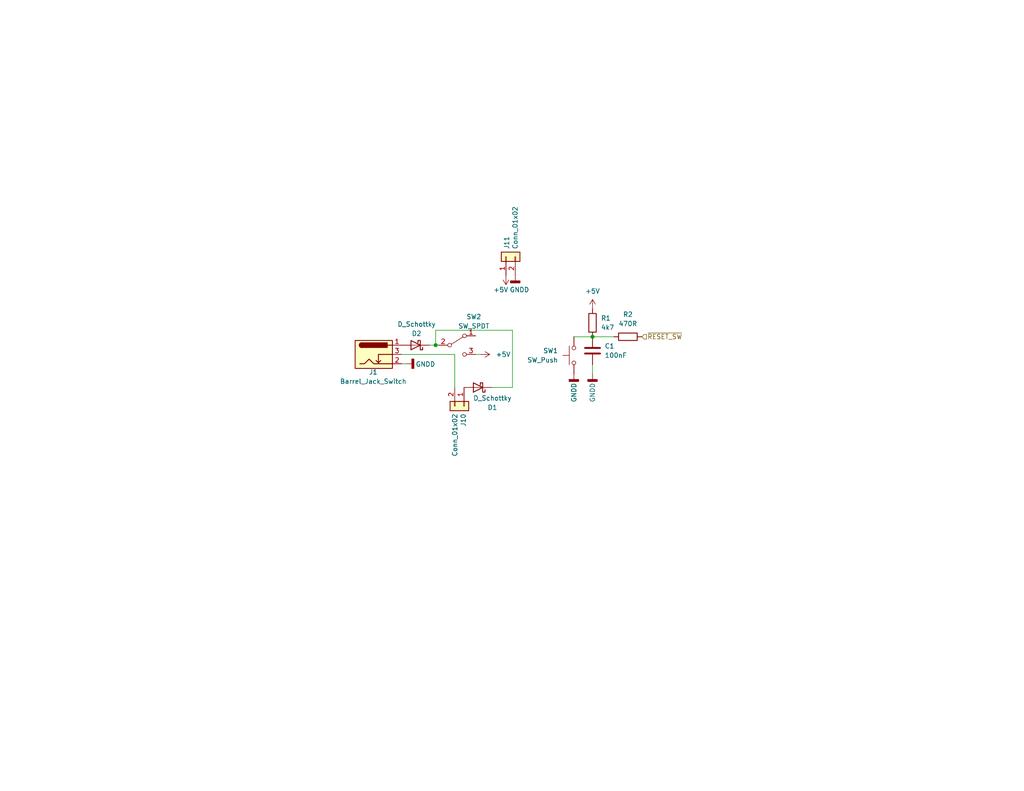
<source format=kicad_sch>
(kicad_sch (version 20230121) (generator eeschema)
  (paper "USLetter")
  (title_block (title "Righteous Tentacle, Colecovision Reverse Engineering Project") (date "2023-06-18") (rev "1.0.0.F") (company "sparkletron") (comment 1 "Jay Convertino") (comment 2 "MIT LICENSE") (comment 3 "PCB: 75743 REV F"))
  (lib_symbols
    (symbol "Connector:Barrel_Jack_Switch" (pin_names hide)
      (property "Reference" "J" (at 0 5.334 0))
      (property "Value" "Barrel_Jack_Switch" (at 0 -5.08 0))
      (symbol "Barrel_Jack_Switch_0_1"
        (rectangle (start -5.08 3.81) (end 5.08 -3.81) (stroke (width 0.254)) (fill (type background)))
        (arc (start -3.302 3.175) (mid -3.9343 2.54) (end -3.302 1.905) (stroke (width 0.254)))
        (arc (start -3.302 3.175) (mid -3.9343 2.54) (end -3.302 1.905) (stroke (width 0.254)) (fill (type outline)))
        (polyline (pts (xy 1.27 -2.286) (xy 1.905 -1.651)) (stroke (width 0.254)))
        (polyline (pts (xy 5.08 2.54) (xy 3.81 2.54)) (stroke (width 0.254)))
        (polyline (pts (xy 5.08 0) (xy 1.27 0) (xy 1.27 -2.286) (xy 0.635 -1.651)) (stroke (width 0.254)))
        (polyline (pts (xy -3.81 -2.54) (xy -2.54 -2.54) (xy -1.27 -1.27) (xy 0 -2.54) (xy 2.54 -2.54) (xy 5.08 -2.54)) (stroke (width 0.254)))
        (rectangle (start 3.683 3.175) (end -3.302 1.905) (stroke (width 0.254)) (fill (type outline)))
      )
      (symbol "Barrel_Jack_Switch_1_1"
        (pin passive line (at 7.62 2.54 180) (length 2.54) (name "~") (number "1"))
        (pin passive line (at 7.62 -2.54 180) (length 2.54) (name "~") (number "2"))
        (pin passive line (at 7.62 0 180) (length 2.54) (name "~") (number "3"))
      )
    )
    (symbol "Connector_Generic:Conn_01x02" (pin_names (offset 1.016) hide)
      (property "Reference" "J" (at 0 2.54 0))
      (property "Value" "Conn_01x02" (at 0 -5.08 0))
      (symbol "Conn_01x02_1_1"
        (rectangle (start -1.27 -2.413) (end 0 -2.667) (stroke (width 0.1524)))
        (rectangle (start -1.27 0.127) (end 0 -0.127) (stroke (width 0.1524)))
        (rectangle (start -1.27 1.27) (end 1.27 -3.81) (stroke (width 0.254)) (fill (type background)))
        (pin passive line (at -5.08 0 0) (length 3.81) (name "Pin_1") (number "1"))
        (pin passive line (at -5.08 -2.54 0) (length 3.81) (name "Pin_2") (number "2"))
      )
    )
    (symbol "Device:C" (pin_numbers hide) (pin_names (offset 0.254))
      (property "Reference" "C" (at 0.635 2.54 0))
      (property "Value" "C" (at 0.635 -2.54 0))
      (symbol "C_0_1"
        (polyline (pts (xy -2.032 -0.762) (xy 2.032 -0.762)) (stroke (width 0.508)))
        (polyline (pts (xy -2.032 0.762) (xy 2.032 0.762)) (stroke (width 0.508)))
      )
      (symbol "C_1_1"
        (pin passive line (at 0 3.81 270) (length 2.794) (name "~") (number "1"))
        (pin passive line (at 0 -3.81 90) (length 2.794) (name "~") (number "2"))
      )
    )
    (symbol "Device:D_Schottky" (pin_numbers hide) (pin_names (offset 1.016) hide)
      (property "Reference" "D" (at 0 2.54 0))
      (property "Value" "D_Schottky" (at 0 -2.54 0))
      (symbol "D_Schottky_0_1"
        (polyline (pts (xy 1.27 0) (xy -1.27 0)))
        (polyline (pts (xy 1.27 1.27) (xy 1.27 -1.27) (xy -1.27 0) (xy 1.27 1.27)) (stroke (width 0.254)))
        (polyline (pts (xy -1.905 0.635) (xy -1.905 1.27) (xy -1.27 1.27) (xy -1.27 -1.27) (xy -0.635 -1.27) (xy -0.635 -0.635)) (stroke (width 0.254)))
      )
      (symbol "D_Schottky_1_1"
        (pin passive line (at -3.81 0 0) (length 2.54) (name "K") (number "1"))
        (pin passive line (at 3.81 0 180) (length 2.54) (name "A") (number "2"))
      )
    )
    (symbol "Device:R" (pin_numbers hide) (pin_names (offset 0))
      (property "Reference" "R" (at 2.032 0 90))
      (property "Value" "R" (at 0 0 90))
      (symbol "R_0_1"
        (rectangle (start -1.016 -2.54) (end 1.016 2.54) (stroke (width 0.254)))
      )
      (symbol "R_1_1"
        (pin passive line (at 0 3.81 270) (length 1.27) (name "~") (number "1"))
        (pin passive line (at 0 -3.81 90) (length 1.27) (name "~") (number "2"))
      )
    )
    (symbol "Switch:SW_Push" (pin_numbers hide) (pin_names (offset 1.016) hide)
      (property "Reference" "SW" (at 1.27 2.54 0))
      (property "Value" "SW_Push" (at 0 -1.524 0))
      (symbol "SW_Push_0_1"
        (circle (center -2.032 0) (radius 0.508))
        (polyline (pts (xy 0 1.27) (xy 0 3.048)))
        (polyline (pts (xy 2.54 1.27) (xy -2.54 1.27)))
        (circle (center 2.032 0) (radius 0.508))
        (pin passive line (at -5.08 0 0) (length 2.54) (name "1") (number "1"))
        (pin passive line (at 5.08 0 180) (length 2.54) (name "2") (number "2"))
      )
    )
    (symbol "Switch:SW_SPDT" (pin_names (offset 0) hide)
      (property "Reference" "SW" (at 0 4.318 0))
      (property "Value" "SW_SPDT" (at 0 -5.08 0))
      (symbol "SW_SPDT_0_0"
        (circle (center -2.032 0) (radius 0.508))
        (circle (center 2.032 -2.54) (radius 0.508))
      )
      (symbol "SW_SPDT_0_1"
        (polyline (pts (xy -1.524 0.254) (xy 1.651 2.286)))
        (circle (center 2.032 2.54) (radius 0.508))
      )
      (symbol "SW_SPDT_1_1"
        (pin passive line (at 5.08 2.54 180) (length 2.54) (name "A") (number "1"))
        (pin passive line (at -5.08 0 0) (length 2.54) (name "B") (number "2"))
        (pin passive line (at 5.08 -2.54 180) (length 2.54) (name "C") (number "3"))
      )
    )
    (symbol "power:+5V" (power) (pin_names (offset 0))
      (property "Value" "+5V" (at 0 3.556 0))
      (symbol "+5V_0_1"
        (polyline (pts (xy -0.762 1.27) (xy 0 2.54)))
        (polyline (pts (xy 0 0) (xy 0 2.54)))
        (polyline (pts (xy 0 2.54) (xy 0.762 1.27)))
      )
      (symbol "+5V_1_1"
        (pin power_in line (at 0 0 90) (length 0) hide (name "+5V") (number "1"))
      )
    )
    (symbol "power:GNDD" (power) (pin_names (offset 0))
      (property "Value" "GNDD" (at 0 -3.175 0))
      (symbol "GNDD_0_1"
        (rectangle (start -1.27 -1.524) (end 1.27 -2.032) (stroke (width 0.254)) (fill (type outline)))
        (polyline (pts (xy 0 0) (xy 0 -1.524)))
      )
      (symbol "GNDD_1_1"
        (pin power_in line (at 0 0 270) (length 0) hide (name "GNDD") (number "1"))
      )
    )
  )
  (junction (at 161.671 91.948))
  (junction (at 118.872 94.234))
  (wire (pts (xy 109.601 99.314) (xy 110.871 99.314)))
  (wire (pts (xy 139.827 90.17) (xy 118.872 90.17)))
  (wire (pts (xy 139.827 105.791) (xy 134.239 105.791)))
  (wire (pts (xy 118.872 90.17) (xy 118.872 94.234)))
  (wire (pts (xy 139.827 105.791) (xy 139.827 90.17)))
  (wire (pts (xy 156.591 91.948) (xy 161.671 91.948)))
  (wire (pts (xy 161.671 91.948) (xy 167.513 91.948)))
  (wire (pts (xy 109.601 96.774) (xy 124.079 96.774)))
  (wire (pts (xy 161.671 102.108) (xy 161.671 99.568)))
  (wire (pts (xy 124.079 96.774) (xy 124.079 105.791)))
  (wire (pts (xy 117.221 94.234) (xy 118.872 94.234)))
  (wire (pts (xy 118.872 94.234) (xy 119.634 94.234)))
  (wire (pts (xy 129.794 96.774) (xy 131.064 96.774)))
  (hierarchical_label "~{RESET_SW}" (shape input) (at 175.133 91.948 0))
  (symbol (lib_id "Device:R") (at 171.323 91.948 90) (unit 1)
    (property "Reference" "R2" (at 171.323 85.852 90))
    (property "Value" "470R" (at 171.323 88.392 90))
    (property "Footprint" "Resistor_THT:R_Axial_DIN0207_L6.3mm_D2.5mm_P10.16mm_Horizontal" (effects hide))
  )
  (symbol (lib_id "Device:D_Schottky") (at 113.411 94.234 180) (unit 1)
    (property "Reference" "D2" (at 113.665 91.059 0))
    (property "Value" "D_Schottky" (at 113.665 88.519 0))
    (property "Footprint" "Diode_THT:D_DO-41_SOD81_P3.81mm_Vertical_AnodeUp" (effects hide))
  )
  (symbol (lib_id "power:GNDD") (at 161.671 102.108 0) (mirror y) (unit 1)
    (property "Reference" "#PWR010" (effects hide))
    (property "Value" "GNDD" (at 161.671 107.188 90))
  )
  (symbol (lib_id "Switch:SW_Push") (at 156.591 97.028 90) (mirror x) (unit 1)
    (property "Reference" "SW1" (at 152.273 95.758 90) (effects (justify left)))
    (property "Value" "SW_Push" (at 152.273 98.298 90) (effects (justify left)))
    (property "Footprint" "Button_Switch_THT:SW_Tactile_SKHH_Angled" (effects hide))
  )
  (symbol (lib_id "power:GNDD") (at 140.589 75.184 0) (mirror y) (unit 1)
    (property "Reference" "#PWR02" (effects hide))
    (property "Value" "GNDD" (at 141.732 79.121 0))
  )
  (symbol (lib_id "Connector_Generic:Conn_01x02") (at 138.049 70.104 90) (unit 1)
    (property "Reference" "J11" (at 138.2522 68.072 0) (effects (justify left)))
    (property "Value" "Conn_01x02" (at 140.5636 68.072 0) (effects (justify left)))
    (property "Footprint" "Connector_Molex:Molex_KK-254_AE-6410-02A_1x02_P2.54mm_Vertical" (effects hide))
    (instances (project "coleco_original" (path "" (reference "J11") (unit 1))) (project "picerino_sn76489AN" (path "" (reference "J2") (unit 1))))
  )
  (symbol (lib_id "power:GNDD") (at 110.871 99.314 90) (mirror x) (unit 1)
    (property "Reference" "#PWR07" (effects hide))
    (property "Value" "GNDD" (at 116.078 99.441 90))
  )
  (symbol (lib_id "power:+5V") (at 138.049 75.184 180) (unit 1)
    (property "Reference" "#PWR01" (effects hide))
    (property "Value" "+5V" (at 136.652 79.121 0))
  )
  (symbol (lib_id "Device:R") (at 161.671 88.138 0) (unit 1)
    (property "Reference" "R1" (at 163.957 86.868 0) (effects (justify left)))
    (property "Value" "4k7" (at 163.957 89.408 0) (effects (justify left)))
    (property "Footprint" "Resistor_THT:R_Axial_DIN0207_L6.3mm_D2.5mm_P10.16mm_Horizontal" (effects hide))
  )
  (symbol (lib_id "Connector:Barrel_Jack_Switch") (at 101.981 96.774 0) (unit 1)
    (property "Reference" "J1" (at 101.854 101.6 0))
    (property "Value" "Barrel_Jack_Switch" (at 101.854 104.14 0))
    (property "Footprint" "Connector_BarrelJack:BarrelJack_Horizontal" (effects hide))
    (instances (project "coleco_original" (path "" (reference "J1") (unit 1))) (project "MCU_BOARD" (path "" (reference "J2") (unit 1))) (project "Mil_Time_Clock" (path "" (reference "J3") (unit 1))))
  )
  (symbol (lib_id "power:GNDD") (at 156.591 102.108 0) (mirror y) (unit 1)
    (property "Reference" "#PWR08" (effects hide))
    (property "Value" "GNDD" (at 156.591 107.188 90))
  )
  (symbol (lib_id "Device:C") (at 161.671 95.758 0) (unit 1)
    (property "Reference" "C1" (at 164.973 94.488 0) (effects (justify left)))
    (property "Value" "100nF" (at 164.973 97.028 0) (effects (justify left)))
    (property "Footprint" "Capacitor_THT:C_Disc_D7.0mm_W2.5mm_P5.00mm" (effects hide))
  )
  (symbol (lib_id "Switch:SW_SPDT") (at 124.714 94.234 0) (unit 1)
    (property "Reference" "SW2" (at 129.286 86.487 0))
    (property "Value" "SW_SPDT" (at 129.286 89.027 0))
    (property "Footprint" "1101M2S3ABE2:1101M2S3ABE2" (effects hide))
  )
  (symbol (lib_id "power:+5V") (at 131.064 96.774 270) (unit 1)
    (property "Reference" "#PWR06" (effects hide))
    (property "Value" "+5V" (at 135.255 96.774 90) (effects (justify left)))
  )
  (symbol (lib_id "Connector_Generic:Conn_01x02") (at 126.619 110.871 270) (unit 1)
    (property "Reference" "J10" (at 126.4158 112.903 0) (effects (justify left)))
    (property "Value" "Conn_01x02" (at 124.1044 112.903 0) (effects (justify left)))
    (property "Footprint" "Connector_Molex:Molex_KK-254_AE-6410-02A_1x02_P2.54mm_Vertical" (effects hide))
    (instances (project "coleco_original" (path "" (reference "J10") (unit 1))) (project "picerino_sn76489AN" (path "" (reference "J2") (unit 1))))
  )
  (symbol (lib_id "Device:D_Schottky") (at 130.429 105.791 180) (unit 1)
    (property "Reference" "D1" (at 134.366 111.252 0))
    (property "Value" "D_Schottky" (at 134.366 108.712 0))
    (property "Footprint" "Diode_THT:D_DO-41_SOD81_P3.81mm_Vertical_AnodeUp" (effects hide))
  )
  (symbol (lib_id "power:+5V") (at 161.671 84.328 0) (unit 1)
    (property "Reference" "#PWR09" (effects hide))
    (property "Value" "+5V" (at 161.671 79.502 0))
  )
)
</source>
